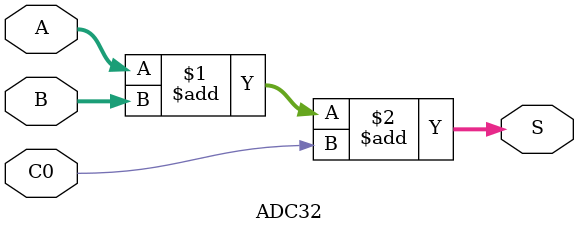
<source format=v>
`timescale 1ns / 1ps
module ADC32(
	input [31:0] A,
	input [31:0] B,
	input C0,
	output [32:0] S
    );

	assign S = A + B + C0;

endmodule

</source>
